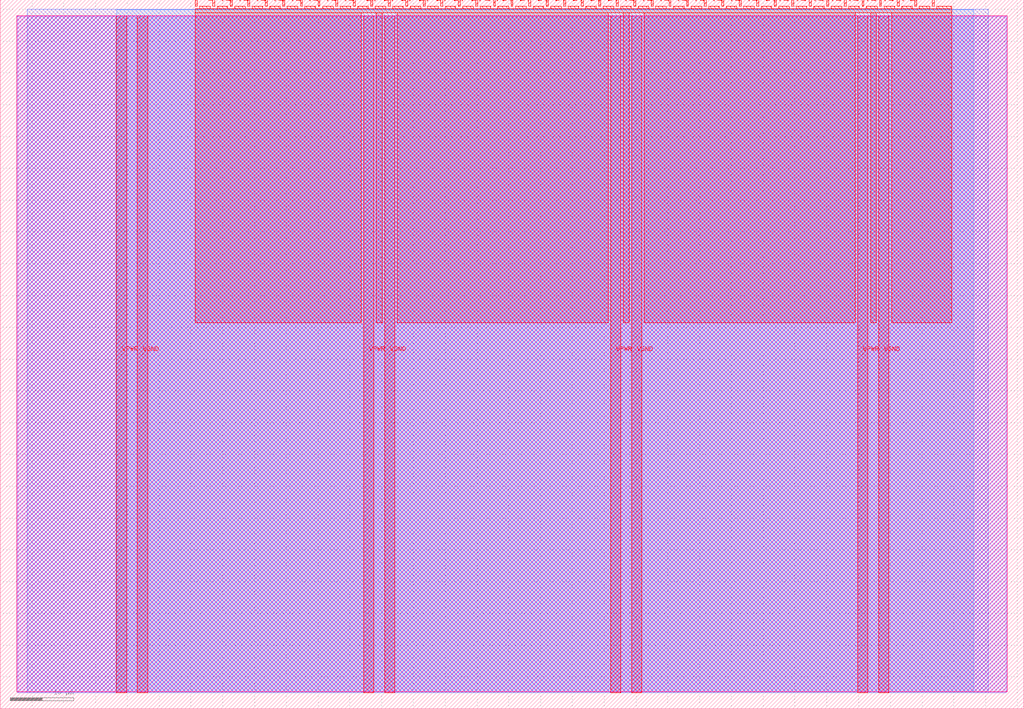
<source format=lef>
VERSION 5.7 ;
  NOWIREEXTENSIONATPIN ON ;
  DIVIDERCHAR "/" ;
  BUSBITCHARS "[]" ;
MACRO tt_um_vga_hello_world
  CLASS BLOCK ;
  FOREIGN tt_um_vga_hello_world ;
  ORIGIN 0.000 0.000 ;
  SIZE 161.000 BY 111.520 ;
  PIN VGND
    DIRECTION INOUT ;
    USE GROUND ;
    PORT
      LAYER met4 ;
        RECT 21.580 2.480 23.180 109.040 ;
    END
    PORT
      LAYER met4 ;
        RECT 60.450 2.480 62.050 109.040 ;
    END
    PORT
      LAYER met4 ;
        RECT 99.320 2.480 100.920 109.040 ;
    END
    PORT
      LAYER met4 ;
        RECT 138.190 2.480 139.790 109.040 ;
    END
  END VGND
  PIN VPWR
    DIRECTION INOUT ;
    USE POWER ;
    PORT
      LAYER met4 ;
        RECT 18.280 2.480 19.880 109.040 ;
    END
    PORT
      LAYER met4 ;
        RECT 57.150 2.480 58.750 109.040 ;
    END
    PORT
      LAYER met4 ;
        RECT 96.020 2.480 97.620 109.040 ;
    END
    PORT
      LAYER met4 ;
        RECT 134.890 2.480 136.490 109.040 ;
    END
  END VPWR
  PIN clk
    DIRECTION INPUT ;
    USE SIGNAL ;
    ANTENNAGATEAREA 0.852000 ;
    PORT
      LAYER met4 ;
        RECT 143.830 110.520 144.130 111.520 ;
    END
  END clk
  PIN ena
    DIRECTION INPUT ;
    USE SIGNAL ;
    PORT
      LAYER met4 ;
        RECT 146.590 110.520 146.890 111.520 ;
    END
  END ena
  PIN rst_n
    DIRECTION INPUT ;
    USE SIGNAL ;
    ANTENNAGATEAREA 0.126000 ;
    PORT
      LAYER met4 ;
        RECT 141.070 110.520 141.370 111.520 ;
    END
  END rst_n
  PIN ui_in[0]
    DIRECTION INPUT ;
    USE SIGNAL ;
    PORT
      LAYER met4 ;
        RECT 138.310 110.520 138.610 111.520 ;
    END
  END ui_in[0]
  PIN ui_in[1]
    DIRECTION INPUT ;
    USE SIGNAL ;
    PORT
      LAYER met4 ;
        RECT 135.550 110.520 135.850 111.520 ;
    END
  END ui_in[1]
  PIN ui_in[2]
    DIRECTION INPUT ;
    USE SIGNAL ;
    PORT
      LAYER met4 ;
        RECT 132.790 110.520 133.090 111.520 ;
    END
  END ui_in[2]
  PIN ui_in[3]
    DIRECTION INPUT ;
    USE SIGNAL ;
    PORT
      LAYER met4 ;
        RECT 130.030 110.520 130.330 111.520 ;
    END
  END ui_in[3]
  PIN ui_in[4]
    DIRECTION INPUT ;
    USE SIGNAL ;
    PORT
      LAYER met4 ;
        RECT 127.270 110.520 127.570 111.520 ;
    END
  END ui_in[4]
  PIN ui_in[5]
    DIRECTION INPUT ;
    USE SIGNAL ;
    PORT
      LAYER met4 ;
        RECT 124.510 110.520 124.810 111.520 ;
    END
  END ui_in[5]
  PIN ui_in[6]
    DIRECTION INPUT ;
    USE SIGNAL ;
    PORT
      LAYER met4 ;
        RECT 121.750 110.520 122.050 111.520 ;
    END
  END ui_in[6]
  PIN ui_in[7]
    DIRECTION INPUT ;
    USE SIGNAL ;
    PORT
      LAYER met4 ;
        RECT 118.990 110.520 119.290 111.520 ;
    END
  END ui_in[7]
  PIN uio_in[0]
    DIRECTION INPUT ;
    USE SIGNAL ;
    PORT
      LAYER met4 ;
        RECT 116.230 110.520 116.530 111.520 ;
    END
  END uio_in[0]
  PIN uio_in[1]
    DIRECTION INPUT ;
    USE SIGNAL ;
    PORT
      LAYER met4 ;
        RECT 113.470 110.520 113.770 111.520 ;
    END
  END uio_in[1]
  PIN uio_in[2]
    DIRECTION INPUT ;
    USE SIGNAL ;
    PORT
      LAYER met4 ;
        RECT 110.710 110.520 111.010 111.520 ;
    END
  END uio_in[2]
  PIN uio_in[3]
    DIRECTION INPUT ;
    USE SIGNAL ;
    PORT
      LAYER met4 ;
        RECT 107.950 110.520 108.250 111.520 ;
    END
  END uio_in[3]
  PIN uio_in[4]
    DIRECTION INPUT ;
    USE SIGNAL ;
    PORT
      LAYER met4 ;
        RECT 105.190 110.520 105.490 111.520 ;
    END
  END uio_in[4]
  PIN uio_in[5]
    DIRECTION INPUT ;
    USE SIGNAL ;
    PORT
      LAYER met4 ;
        RECT 102.430 110.520 102.730 111.520 ;
    END
  END uio_in[5]
  PIN uio_in[6]
    DIRECTION INPUT ;
    USE SIGNAL ;
    PORT
      LAYER met4 ;
        RECT 99.670 110.520 99.970 111.520 ;
    END
  END uio_in[6]
  PIN uio_in[7]
    DIRECTION INPUT ;
    USE SIGNAL ;
    PORT
      LAYER met4 ;
        RECT 96.910 110.520 97.210 111.520 ;
    END
  END uio_in[7]
  PIN uio_oe[0]
    DIRECTION OUTPUT ;
    USE SIGNAL ;
    PORT
      LAYER met4 ;
        RECT 49.990 110.520 50.290 111.520 ;
    END
  END uio_oe[0]
  PIN uio_oe[1]
    DIRECTION OUTPUT ;
    USE SIGNAL ;
    PORT
      LAYER met4 ;
        RECT 47.230 110.520 47.530 111.520 ;
    END
  END uio_oe[1]
  PIN uio_oe[2]
    DIRECTION OUTPUT ;
    USE SIGNAL ;
    PORT
      LAYER met4 ;
        RECT 44.470 110.520 44.770 111.520 ;
    END
  END uio_oe[2]
  PIN uio_oe[3]
    DIRECTION OUTPUT ;
    USE SIGNAL ;
    PORT
      LAYER met4 ;
        RECT 41.710 110.520 42.010 111.520 ;
    END
  END uio_oe[3]
  PIN uio_oe[4]
    DIRECTION OUTPUT ;
    USE SIGNAL ;
    PORT
      LAYER met4 ;
        RECT 38.950 110.520 39.250 111.520 ;
    END
  END uio_oe[4]
  PIN uio_oe[5]
    DIRECTION OUTPUT ;
    USE SIGNAL ;
    PORT
      LAYER met4 ;
        RECT 36.190 110.520 36.490 111.520 ;
    END
  END uio_oe[5]
  PIN uio_oe[6]
    DIRECTION OUTPUT ;
    USE SIGNAL ;
    PORT
      LAYER met4 ;
        RECT 33.430 110.520 33.730 111.520 ;
    END
  END uio_oe[6]
  PIN uio_oe[7]
    DIRECTION OUTPUT ;
    USE SIGNAL ;
    PORT
      LAYER met4 ;
        RECT 30.670 110.520 30.970 111.520 ;
    END
  END uio_oe[7]
  PIN uio_out[0]
    DIRECTION OUTPUT ;
    USE SIGNAL ;
    PORT
      LAYER met4 ;
        RECT 72.070 110.520 72.370 111.520 ;
    END
  END uio_out[0]
  PIN uio_out[1]
    DIRECTION OUTPUT ;
    USE SIGNAL ;
    PORT
      LAYER met4 ;
        RECT 69.310 110.520 69.610 111.520 ;
    END
  END uio_out[1]
  PIN uio_out[2]
    DIRECTION OUTPUT ;
    USE SIGNAL ;
    PORT
      LAYER met4 ;
        RECT 66.550 110.520 66.850 111.520 ;
    END
  END uio_out[2]
  PIN uio_out[3]
    DIRECTION OUTPUT ;
    USE SIGNAL ;
    PORT
      LAYER met4 ;
        RECT 63.790 110.520 64.090 111.520 ;
    END
  END uio_out[3]
  PIN uio_out[4]
    DIRECTION OUTPUT ;
    USE SIGNAL ;
    PORT
      LAYER met4 ;
        RECT 61.030 110.520 61.330 111.520 ;
    END
  END uio_out[4]
  PIN uio_out[5]
    DIRECTION OUTPUT ;
    USE SIGNAL ;
    PORT
      LAYER met4 ;
        RECT 58.270 110.520 58.570 111.520 ;
    END
  END uio_out[5]
  PIN uio_out[6]
    DIRECTION OUTPUT ;
    USE SIGNAL ;
    PORT
      LAYER met4 ;
        RECT 55.510 110.520 55.810 111.520 ;
    END
  END uio_out[6]
  PIN uio_out[7]
    DIRECTION OUTPUT ;
    USE SIGNAL ;
    ANTENNADIFFAREA 0.445500 ;
    PORT
      LAYER met4 ;
        RECT 52.750 110.520 53.050 111.520 ;
    END
  END uio_out[7]
  PIN uo_out[0]
    DIRECTION OUTPUT ;
    USE SIGNAL ;
    ANTENNADIFFAREA 0.445500 ;
    PORT
      LAYER met4 ;
        RECT 94.150 110.520 94.450 111.520 ;
    END
  END uo_out[0]
  PIN uo_out[1]
    DIRECTION OUTPUT ;
    USE SIGNAL ;
    ANTENNADIFFAREA 0.891000 ;
    PORT
      LAYER met4 ;
        RECT 91.390 110.520 91.690 111.520 ;
    END
  END uo_out[1]
  PIN uo_out[2]
    DIRECTION OUTPUT ;
    USE SIGNAL ;
    ANTENNADIFFAREA 0.911000 ;
    PORT
      LAYER met4 ;
        RECT 88.630 110.520 88.930 111.520 ;
    END
  END uo_out[2]
  PIN uo_out[3]
    DIRECTION OUTPUT ;
    USE SIGNAL ;
    ANTENNADIFFAREA 0.795200 ;
    PORT
      LAYER met4 ;
        RECT 85.870 110.520 86.170 111.520 ;
    END
  END uo_out[3]
  PIN uo_out[4]
    DIRECTION OUTPUT ;
    USE SIGNAL ;
    ANTENNADIFFAREA 0.453750 ;
    PORT
      LAYER met4 ;
        RECT 83.110 110.520 83.410 111.520 ;
    END
  END uo_out[4]
  PIN uo_out[5]
    DIRECTION OUTPUT ;
    USE SIGNAL ;
    ANTENNADIFFAREA 0.453750 ;
    PORT
      LAYER met4 ;
        RECT 80.350 110.520 80.650 111.520 ;
    END
  END uo_out[5]
  PIN uo_out[6]
    DIRECTION OUTPUT ;
    USE SIGNAL ;
    ANTENNADIFFAREA 0.891000 ;
    PORT
      LAYER met4 ;
        RECT 77.590 110.520 77.890 111.520 ;
    END
  END uo_out[6]
  PIN uo_out[7]
    DIRECTION OUTPUT ;
    USE SIGNAL ;
    ANTENNADIFFAREA 0.795200 ;
    PORT
      LAYER met4 ;
        RECT 74.830 110.520 75.130 111.520 ;
    END
  END uo_out[7]
  OBS
      LAYER nwell ;
        RECT 2.570 2.635 158.430 108.990 ;
      LAYER li1 ;
        RECT 2.760 2.635 158.240 108.885 ;
      LAYER met1 ;
        RECT 2.760 2.480 158.240 109.040 ;
      LAYER met2 ;
        RECT 4.240 2.535 155.380 110.005 ;
      LAYER met3 ;
        RECT 18.290 2.555 153.115 109.985 ;
      LAYER met4 ;
        RECT 31.370 110.120 33.030 110.520 ;
        RECT 34.130 110.120 35.790 110.520 ;
        RECT 36.890 110.120 38.550 110.520 ;
        RECT 39.650 110.120 41.310 110.520 ;
        RECT 42.410 110.120 44.070 110.520 ;
        RECT 45.170 110.120 46.830 110.520 ;
        RECT 47.930 110.120 49.590 110.520 ;
        RECT 50.690 110.120 52.350 110.520 ;
        RECT 53.450 110.120 55.110 110.520 ;
        RECT 56.210 110.120 57.870 110.520 ;
        RECT 58.970 110.120 60.630 110.520 ;
        RECT 61.730 110.120 63.390 110.520 ;
        RECT 64.490 110.120 66.150 110.520 ;
        RECT 67.250 110.120 68.910 110.520 ;
        RECT 70.010 110.120 71.670 110.520 ;
        RECT 72.770 110.120 74.430 110.520 ;
        RECT 75.530 110.120 77.190 110.520 ;
        RECT 78.290 110.120 79.950 110.520 ;
        RECT 81.050 110.120 82.710 110.520 ;
        RECT 83.810 110.120 85.470 110.520 ;
        RECT 86.570 110.120 88.230 110.520 ;
        RECT 89.330 110.120 90.990 110.520 ;
        RECT 92.090 110.120 93.750 110.520 ;
        RECT 94.850 110.120 96.510 110.520 ;
        RECT 97.610 110.120 99.270 110.520 ;
        RECT 100.370 110.120 102.030 110.520 ;
        RECT 103.130 110.120 104.790 110.520 ;
        RECT 105.890 110.120 107.550 110.520 ;
        RECT 108.650 110.120 110.310 110.520 ;
        RECT 111.410 110.120 113.070 110.520 ;
        RECT 114.170 110.120 115.830 110.520 ;
        RECT 116.930 110.120 118.590 110.520 ;
        RECT 119.690 110.120 121.350 110.520 ;
        RECT 122.450 110.120 124.110 110.520 ;
        RECT 125.210 110.120 126.870 110.520 ;
        RECT 127.970 110.120 129.630 110.520 ;
        RECT 130.730 110.120 132.390 110.520 ;
        RECT 133.490 110.120 135.150 110.520 ;
        RECT 136.250 110.120 137.910 110.520 ;
        RECT 139.010 110.120 140.670 110.520 ;
        RECT 141.770 110.120 143.430 110.520 ;
        RECT 144.530 110.120 146.190 110.520 ;
        RECT 147.290 110.120 149.665 110.520 ;
        RECT 30.655 109.440 149.665 110.120 ;
        RECT 30.655 60.695 56.750 109.440 ;
        RECT 59.150 60.695 60.050 109.440 ;
        RECT 62.450 60.695 95.620 109.440 ;
        RECT 98.020 60.695 98.920 109.440 ;
        RECT 101.320 60.695 134.490 109.440 ;
        RECT 136.890 60.695 137.790 109.440 ;
        RECT 140.190 60.695 149.665 109.440 ;
  END
END tt_um_vga_hello_world
END LIBRARY


</source>
